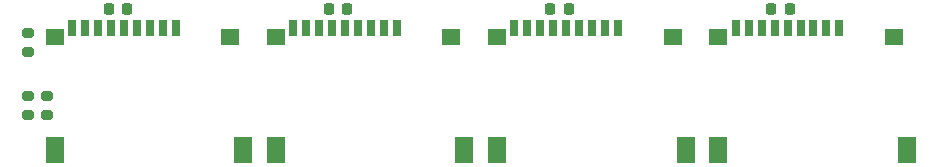
<source format=gtp>
%TF.GenerationSoftware,KiCad,Pcbnew,(6.0.1)*%
%TF.CreationDate,2022-03-04T18:54:32+03:00*%
%TF.ProjectId,MICROSD_EM_V1.1,4d494352-4f53-4445-9f45-4d5f56312e31,rev?*%
%TF.SameCoordinates,Original*%
%TF.FileFunction,Paste,Top*%
%TF.FilePolarity,Positive*%
%FSLAX46Y46*%
G04 Gerber Fmt 4.6, Leading zero omitted, Abs format (unit mm)*
G04 Created by KiCad (PCBNEW (6.0.1)) date 2022-03-04 18:54:32*
%MOMM*%
%LPD*%
G01*
G04 APERTURE LIST*
G04 Aperture macros list*
%AMRoundRect*
0 Rectangle with rounded corners*
0 $1 Rounding radius*
0 $2 $3 $4 $5 $6 $7 $8 $9 X,Y pos of 4 corners*
0 Add a 4 corners polygon primitive as box body*
4,1,4,$2,$3,$4,$5,$6,$7,$8,$9,$2,$3,0*
0 Add four circle primitives for the rounded corners*
1,1,$1+$1,$2,$3*
1,1,$1+$1,$4,$5*
1,1,$1+$1,$6,$7*
1,1,$1+$1,$8,$9*
0 Add four rect primitives between the rounded corners*
20,1,$1+$1,$2,$3,$4,$5,0*
20,1,$1+$1,$4,$5,$6,$7,0*
20,1,$1+$1,$6,$7,$8,$9,0*
20,1,$1+$1,$8,$9,$2,$3,0*%
G04 Aperture macros list end*
%ADD10RoundRect,0.200000X-0.275000X0.200000X-0.275000X-0.200000X0.275000X-0.200000X0.275000X0.200000X0*%
%ADD11RoundRect,0.225000X0.225000X0.250000X-0.225000X0.250000X-0.225000X-0.250000X0.225000X-0.250000X0*%
%ADD12R,0.700000X1.400000*%
%ADD13R,1.600000X1.400000*%
%ADD14R,1.600000X2.200000*%
%ADD15RoundRect,0.200000X0.275000X-0.200000X0.275000X0.200000X-0.275000X0.200000X-0.275000X-0.200000X0*%
G04 APERTURE END LIST*
D10*
%TO.C,R3*%
X99100000Y-136575000D03*
X99100000Y-138225000D03*
%TD*%
D11*
%TO.C,C3*%
X126125000Y-129250000D03*
X124575000Y-129250000D03*
%TD*%
%TO.C,C1*%
X163600000Y-129250000D03*
X162050000Y-129250000D03*
%TD*%
D12*
%TO.C,J4*%
X111608317Y-130861500D03*
X110508319Y-130861500D03*
X109408321Y-130861500D03*
X108308323Y-130861500D03*
X107208326Y-130861500D03*
X106108328Y-130861500D03*
X105008330Y-130861500D03*
X103908332Y-130861500D03*
X102808334Y-130861500D03*
D13*
X116208333Y-131561499D03*
D14*
X101358335Y-141161500D03*
D13*
X101358335Y-131561499D03*
D14*
X117308333Y-141161500D03*
%TD*%
D12*
%TO.C,J3*%
X130341650Y-130861500D03*
X129241652Y-130861500D03*
X128141654Y-130861500D03*
X127041656Y-130861500D03*
X125941659Y-130861500D03*
X124841661Y-130861500D03*
X123741663Y-130861500D03*
X122641665Y-130861500D03*
X121541667Y-130861500D03*
D13*
X120091668Y-131561499D03*
D14*
X136041666Y-141161500D03*
X120091668Y-141161500D03*
D13*
X134941666Y-131561499D03*
%TD*%
D11*
%TO.C,C2*%
X144875000Y-129250000D03*
X143325000Y-129250000D03*
%TD*%
D12*
%TO.C,J1*%
X167808317Y-130861500D03*
X166708319Y-130861500D03*
X165608321Y-130861500D03*
X164508323Y-130861500D03*
X163408326Y-130861500D03*
X162308328Y-130861500D03*
X161208330Y-130861500D03*
X160108332Y-130861500D03*
X159008334Y-130861500D03*
D14*
X173508333Y-141161500D03*
D13*
X157558335Y-131561499D03*
X172408333Y-131561499D03*
D14*
X157558335Y-141161500D03*
%TD*%
D15*
%TO.C,R2*%
X99100000Y-131225000D03*
X99100000Y-132875000D03*
%TD*%
D12*
%TO.C,J2*%
X149074983Y-130861500D03*
X147974985Y-130861500D03*
X146874987Y-130861500D03*
X145774989Y-130861500D03*
X144674992Y-130861500D03*
X143574994Y-130861500D03*
X142474996Y-130861500D03*
X141374998Y-130861500D03*
X140275000Y-130861500D03*
D14*
X154774999Y-141161500D03*
D13*
X153674999Y-131561499D03*
X138825001Y-131561499D03*
D14*
X138825001Y-141161500D03*
%TD*%
D10*
%TO.C,R1*%
X100700000Y-136575000D03*
X100700000Y-138225000D03*
%TD*%
D11*
%TO.C,C4*%
X107475000Y-129250000D03*
X105925000Y-129250000D03*
%TD*%
M02*

</source>
